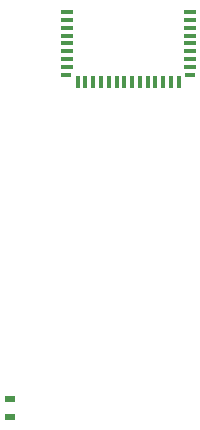
<source format=gtp>
G04 #@! TF.FileFunction,Paste,Top*
%FSLAX46Y46*%
G04 Gerber Fmt 4.6, Leading zero omitted, Abs format (unit mm)*
G04 Created by KiCad (PCBNEW 4.0.1-stable) date 2016/08/25 3:11:25*
%MOMM*%
G01*
G04 APERTURE LIST*
%ADD10C,0.100000*%
%ADD11R,0.900000X0.500000*%
%ADD12R,0.990000X0.410000*%
%ADD13R,0.940000X0.410000*%
%ADD14R,0.410000X0.990000*%
G04 APERTURE END LIST*
D10*
D11*
X-10000000Y-8750000D03*
X-10000000Y-7250000D03*
D12*
X5205000Y25500000D03*
X5205000Y24840000D03*
X5205000Y24180000D03*
X5205000Y23520000D03*
X5205000Y22860000D03*
X5205000Y22200000D03*
X5205000Y21540000D03*
X5205000Y20880000D03*
D13*
X5230000Y20220000D03*
D12*
X-5205000Y25500000D03*
X-5205000Y24840000D03*
X-5205000Y24180000D03*
X-5205000Y23520000D03*
X-5205000Y22860000D03*
X-5205000Y22200000D03*
X-5205000Y21540000D03*
X-5205000Y20880000D03*
D13*
X-5230000Y20220000D03*
D14*
X4290000Y19625000D03*
X3630000Y19625000D03*
X2970000Y19625000D03*
X2310000Y19625000D03*
X1650000Y19625000D03*
X990000Y19625000D03*
X330000Y19625000D03*
X-330000Y19625000D03*
X-990000Y19625000D03*
X-1650000Y19625000D03*
X-2310000Y19625000D03*
X-2970000Y19625000D03*
X-3630000Y19625000D03*
X-4290000Y19625000D03*
M02*

</source>
